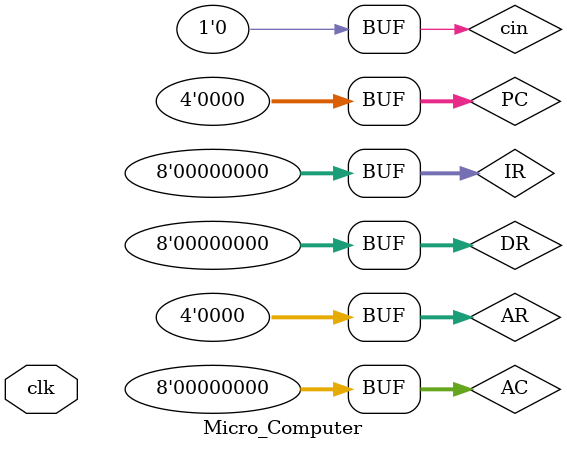
<source format=v>
`include "Registers/AC.v"
`include "Registers/AR.v"
`include "Registers/DR.v"
`include "Registers/IR.v"
`include "Registers/PC.v"
`include "Ram/ram.v"
`include "CommonBus/CommonBus.v"
`include "ControlUnit.v"
`include "Adder&Logic.v"
`include "Instructions.v"

module Micro_Computer (
     clk
);
input wire clk;

// Signals for control unit
wire [7:0] T, D, B;
wire LDAC, CLRAC, INRAC, LDAR, INRAR, LDDR, INRDR, LDIR, INRPC, CLRSC, s;
wire  AND, ADD, LDA, STA, BUN, BSA, ISZ, CMA, CLA, CIL, CIR;
wire [2:0] count;

// Signals for adder and logic unit
wire [7:0] AC, DR,IR,OUT;
wire [3:0] PC, AR;
wire cin, cout;

// for ram
// 8x4-bit memory matrix==> arr[16][8]
reg [7:0] ram [0:15];  // 16 memory locations and one location 8 bit
    // Initialize memory array with desired values
   initial begin
    // Initialize memory array with desired values
    ram[0]  = 8'h0C;  // AND => 0 000 1100 (12)
    ram[1]  = 8'h91;  // ADD => 1 001 1010 (10) indirect
    ram[2]  = 8'h26;  // LDA => 0 010 0110 (6)
    ram[3]  = 8'h76;  //CLA  => 0 111 0110  // register reference   
    ram[4]  = 8'h04;
    ram[5]  = 8'h05;
    ram[6]  = 8'h06; 
    ram[7]  = 8'h07;
    ram[8]  = 8'h08;
    ram[9]  = 8'h09;
    ram[10] = 8'h1B; 
    ram[11] = 8'h0B;
    ram[12] = 8'h1C;
    ram[13] = 8'h0D;
    ram[14] = 8'h0E; 
    ram[15] = 8'h0F;
end


initial begin
    AC = 8'h00; // Initial value for ac
    DR = 8'h00; // Initial value for dr
    IR = 8'h00; // Initial value for ir
    PC = 4'h0;  // Initial value for pc
    AR = 4'h0;  // Initial value for ar
    cin=0;

end

// sequence Counter
Sequence_Counter3Bit2 counter (
    .clk(clk),
    .reset(CLRSC),
    .count(count)
);

Decoder3x8 decoder (
     .A(count),
     .Y(T)
);


IR_Reg ir (
    .LD(LDIR),
    .clk(clk),
    .in(OUT),
    .out(IR)
);


// to get D

Decoder3x8 d2(
.A(IR[6:4]), 
.Y(D)

);


// CU
ControlUnit CU (
    .T(T),
    .D(D),
    .I(IR[7]),
    .B(IR),
    .LDAC(LDAC),
    .CLRAC(CLRAC),
    .INRAC(INRAC),
    .LDAR(LDAR),
    .INRAR(INRAR),
    .LDDR(LDDR),
    .INRDR(INRDR),
    .LDIR(LDIR),
    .INRPC(INRPC),
    .CLRSC(CLRSC),
    .s(s),
    .AND(AND),
    .ADD(ADD),
    .LDA(LDA),
    .STA(STA),
    .BUN(BUN),
    .BSA(BSA),
    .ISZ(ISZ),
    .CMA(CMA),
    .CLA(CLA),
    .CIL(CIL),
    .CIR(CIR)
);



// common bus
BUS_SEL CommonBus (
    .AR(AR),
    .PC(PC),
    .DR(DR),
    .AC(AC),
    .IR(IR),
    .RAM(ram[AR]),
    .S(S),
    .OUT(OUT)
);


// registers
AC_Reg  ac (
    .INR(INR),
    .LD(LDAC),
    .clk(clk),
    .CLR(CLRAC),
    .in(OUT),
    .out(AC)
);

AR_Reg ar (
    .INR(INR),
    .LD(LDAR),
    .clk(clk),
    .CLR(CLRAR),
    .in(OUT[3:0]),
    .out(AR)
);


// Adder&Logic
AdderAndLogic2 U1 (
  .AND(AND),  
  .ADD(ADD),  
  .LDA(LDA), 
  .CMA(CMA),  
  .CIR(CIR),  
  .CIL(CIL),  
  .AC(AR),  
  .DR(DR),       
  .CIN(cin),     
  .cout(cout),    
  .ACData(AR)         
);
   

DR_Reg dr (
    .INR(INR),
    .LD(LDDR),
    .clk(clk),
    // .CLR(CLRDR),
    .in(OUT),
    .out(DR)
);



PC_Reg pc (
    .INR(INR),
    // .LD(LDPC),
    .clk(clk),
    // .CLR(CLRPC),
    .in(OUT[3:0]),
    .out(PC)
);

// Memory
RAM_8x4bit RAM (
    .clk(clk),
    // .read(read),
    .write(write),
    .addr(AR),
    .data_in(OUT)
    //, .data_out(ram)
);


 initial begin
    $monitor("Time=%0t AC=%h DR=%h IR=%h PC=%h AR=%h OUT=%h", $time, AC, DR, IR, PC, AR, OUT);
end


endmodule
</source>
